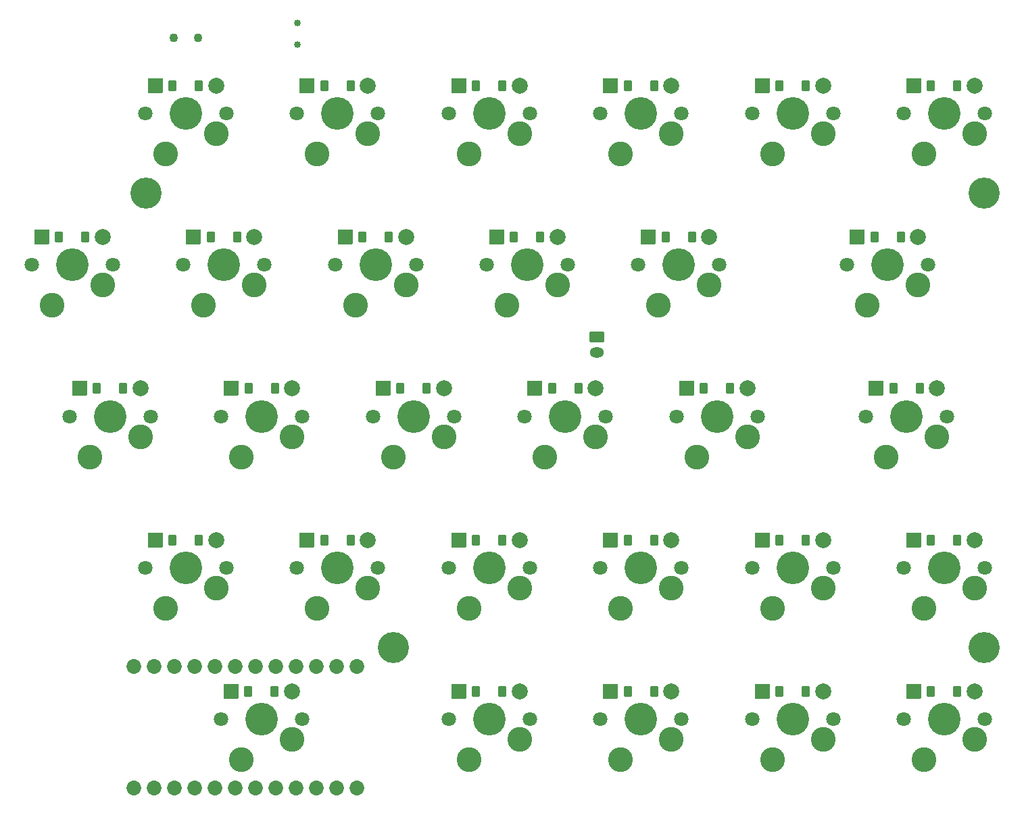
<source format=gbr>
%TF.GenerationSoftware,KiCad,Pcbnew,9.0.7*%
%TF.CreationDate,2026-01-20T23:17:06-08:00*%
%TF.ProjectId,right,72696768-742e-46b6-9963-61645f706362,v1.0.0*%
%TF.SameCoordinates,Original*%
%TF.FileFunction,Soldermask,Top*%
%TF.FilePolarity,Negative*%
%FSLAX46Y46*%
G04 Gerber Fmt 4.6, Leading zero omitted, Abs format (unit mm)*
G04 Created by KiCad (PCBNEW 9.0.7) date 2026-01-20 23:17:06*
%MOMM*%
%LPD*%
G01*
G04 APERTURE LIST*
G04 Aperture macros list*
%AMRoundRect*
0 Rectangle with rounded corners*
0 $1 Rounding radius*
0 $2 $3 $4 $5 $6 $7 $8 $9 X,Y pos of 4 corners*
0 Add a 4 corners polygon primitive as box body*
4,1,4,$2,$3,$4,$5,$6,$7,$8,$9,$2,$3,0*
0 Add four circle primitives for the rounded corners*
1,1,$1+$1,$2,$3*
1,1,$1+$1,$4,$5*
1,1,$1+$1,$6,$7*
1,1,$1+$1,$8,$9*
0 Add four rect primitives between the rounded corners*
20,1,$1+$1,$2,$3,$4,$5,0*
20,1,$1+$1,$4,$5,$6,$7,0*
20,1,$1+$1,$6,$7,$8,$9,0*
20,1,$1+$1,$8,$9,$2,$3,0*%
G04 Aperture macros list end*
%ADD10C,1.100000*%
%ADD11RoundRect,0.050000X-0.889000X-0.889000X0.889000X-0.889000X0.889000X0.889000X-0.889000X0.889000X0*%
%ADD12RoundRect,0.050000X-0.450000X-0.600000X0.450000X-0.600000X0.450000X0.600000X-0.450000X0.600000X0*%
%ADD13C,2.005000*%
%ADD14C,1.801800*%
%ADD15C,3.100000*%
%ADD16C,4.087800*%
%ADD17C,0.850000*%
%ADD18C,3.900000*%
%ADD19RoundRect,0.050000X-0.850000X0.600000X-0.850000X-0.600000X0.850000X-0.600000X0.850000X0.600000X0*%
%ADD20O,1.800000X1.300000*%
%ADD21C,1.852600*%
G04 APERTURE END LIST*
D10*
%TO.C,T1*%
X267500000Y-64500000D03*
X270500000Y-64500000D03*
%TD*%
D11*
%TO.C,D21*%
X322190000Y-70500000D03*
D12*
X324350000Y-70500000D03*
X327650000Y-70500000D03*
D13*
X329810000Y-70500000D03*
%TD*%
D11*
%TO.C,D27*%
X360190000Y-146500000D03*
D12*
X362350000Y-146500000D03*
X365650000Y-146500000D03*
D13*
X367810000Y-146500000D03*
%TD*%
D11*
%TO.C,D17*%
X322190000Y-146500000D03*
D12*
X324350000Y-146500000D03*
X327650000Y-146500000D03*
D13*
X329810000Y-146500000D03*
%TD*%
D11*
%TO.C,D16*%
X303190000Y-70500000D03*
D12*
X305350000Y-70500000D03*
X308650000Y-70500000D03*
D13*
X310810000Y-70500000D03*
%TD*%
D11*
%TO.C,D7*%
X274665000Y-146500000D03*
D12*
X276825000Y-146500000D03*
X280125000Y-146500000D03*
D13*
X282285000Y-146500000D03*
%TD*%
D11*
%TO.C,D1*%
X255715000Y-108500000D03*
D12*
X257875000Y-108500000D03*
X261175000Y-108500000D03*
D13*
X263335000Y-108500000D03*
%TD*%
D11*
%TO.C,D4*%
X274715000Y-108500000D03*
D12*
X276875000Y-108500000D03*
X280175000Y-108500000D03*
D13*
X282335000Y-108500000D03*
%TD*%
D14*
%TO.C,S20*%
X335842500Y-93000000D03*
D15*
X334572500Y-95540000D03*
D16*
X330762500Y-93000000D03*
D15*
X328222500Y-98080000D03*
D14*
X325682500Y-93000000D03*
%TD*%
%TO.C,S10*%
X297842500Y-93000000D03*
D15*
X296572500Y-95540000D03*
D16*
X292762500Y-93000000D03*
D15*
X290222500Y-98080000D03*
D14*
X287682500Y-93000000D03*
%TD*%
%TO.C,S19*%
X340605000Y-112000000D03*
D15*
X339335000Y-114540000D03*
D16*
X335525000Y-112000000D03*
D15*
X332985000Y-117080000D03*
D14*
X330445000Y-112000000D03*
%TD*%
%TO.C,S24*%
X364367500Y-112000000D03*
D15*
X363097500Y-114540000D03*
D16*
X359287500Y-112000000D03*
D15*
X356747500Y-117080000D03*
D14*
X354207500Y-112000000D03*
%TD*%
%TO.C,S17*%
X331080000Y-150000000D03*
D15*
X329810000Y-152540000D03*
D16*
X326000000Y-150000000D03*
D15*
X323460000Y-155080000D03*
D14*
X320920000Y-150000000D03*
%TD*%
D11*
%TO.C,D2*%
X250952500Y-89500000D03*
D12*
X253112500Y-89500000D03*
X256412500Y-89500000D03*
D13*
X258572500Y-89500000D03*
%TD*%
D17*
%TO.C,B1*%
X283000000Y-62625000D03*
X283000000Y-65375000D03*
%TD*%
D14*
%TO.C,S12*%
X312080000Y-150000000D03*
D15*
X310810000Y-152540000D03*
D16*
X307000000Y-150000000D03*
D15*
X304460000Y-155080000D03*
D14*
X301920000Y-150000000D03*
%TD*%
D11*
%TO.C,D18*%
X322190000Y-127500000D03*
D12*
X324350000Y-127500000D03*
X327650000Y-127500000D03*
D13*
X329810000Y-127500000D03*
%TD*%
D11*
%TO.C,D14*%
X312715000Y-108500000D03*
D12*
X314875000Y-108500000D03*
X318175000Y-108500000D03*
D13*
X320335000Y-108500000D03*
%TD*%
D18*
%TO.C,H1*%
X264000000Y-84000000D03*
%TD*%
D19*
%TO.C,JST1*%
X320525000Y-102000000D03*
D20*
X320525000Y-104000000D03*
%TD*%
D14*
%TO.C,S21*%
X331080000Y-74000000D03*
D15*
X329810000Y-76540000D03*
D16*
X326000000Y-74000000D03*
D15*
X323460000Y-79080000D03*
D14*
X320920000Y-74000000D03*
%TD*%
%TO.C,S11*%
X293080000Y-74000000D03*
D15*
X291810000Y-76540000D03*
D16*
X288000000Y-74000000D03*
D15*
X285460000Y-79080000D03*
D14*
X282920000Y-74000000D03*
%TD*%
%TO.C,S1*%
X264605000Y-112000000D03*
D15*
X263335000Y-114540000D03*
D16*
X259525000Y-112000000D03*
D15*
X256985000Y-117080000D03*
D14*
X254445000Y-112000000D03*
%TD*%
D11*
%TO.C,D25*%
X353096250Y-89500000D03*
D12*
X355256250Y-89500000D03*
X358556250Y-89500000D03*
D13*
X360716250Y-89500000D03*
%TD*%
D14*
%TO.C,S25*%
X361986250Y-93000000D03*
D15*
X360716250Y-95540000D03*
D16*
X356906250Y-93000000D03*
D15*
X354366250Y-98080000D03*
D14*
X351826250Y-93000000D03*
%TD*%
D11*
%TO.C,D12*%
X303190000Y-146500000D03*
D12*
X305350000Y-146500000D03*
X308650000Y-146500000D03*
D13*
X310810000Y-146500000D03*
%TD*%
D14*
%TO.C,S3*%
X274080000Y-131000000D03*
D15*
X272810000Y-133540000D03*
D16*
X269000000Y-131000000D03*
D15*
X266460000Y-136080000D03*
D14*
X263920000Y-131000000D03*
%TD*%
%TO.C,S6*%
X274080000Y-74000000D03*
D15*
X272810000Y-76540000D03*
D16*
X269000000Y-74000000D03*
D15*
X266460000Y-79080000D03*
D14*
X263920000Y-74000000D03*
%TD*%
D11*
%TO.C,D13*%
X303190000Y-127500000D03*
D12*
X305350000Y-127500000D03*
X308650000Y-127500000D03*
D13*
X310810000Y-127500000D03*
%TD*%
D11*
%TO.C,D8*%
X284190000Y-127500000D03*
D12*
X286350000Y-127500000D03*
X289650000Y-127500000D03*
D13*
X291810000Y-127500000D03*
%TD*%
D14*
%TO.C,S4*%
X283605000Y-112000000D03*
D15*
X282335000Y-114540000D03*
D16*
X278525000Y-112000000D03*
D15*
X275985000Y-117080000D03*
D14*
X273445000Y-112000000D03*
%TD*%
D11*
%TO.C,D5*%
X269952500Y-89500000D03*
D12*
X272112500Y-89500000D03*
X275412500Y-89500000D03*
D13*
X277572500Y-89500000D03*
%TD*%
D21*
%TO.C,MCU1*%
X262505000Y-143380000D03*
X265045000Y-143380000D03*
X267585000Y-143380000D03*
X270125000Y-143380000D03*
X272665000Y-143380000D03*
X275205000Y-143380000D03*
X277745000Y-143380000D03*
X280285000Y-143380000D03*
X282825000Y-143380000D03*
X285365000Y-143380000D03*
X287905000Y-143380000D03*
X290445000Y-143380000D03*
X290445000Y-158620000D03*
X287905000Y-158620000D03*
X285365000Y-158620000D03*
X282825000Y-158620000D03*
X280285000Y-158620000D03*
X277745000Y-158620000D03*
X275205000Y-158620000D03*
X272665000Y-158620000D03*
X270125000Y-158620000D03*
X267585000Y-158620000D03*
X265045000Y-158620000D03*
X262505000Y-158620000D03*
%TD*%
D14*
%TO.C,S26*%
X350080000Y-74000000D03*
D15*
X348810000Y-76540000D03*
D16*
X345000000Y-74000000D03*
D15*
X342460000Y-79080000D03*
D14*
X339920000Y-74000000D03*
%TD*%
%TO.C,S15*%
X316842500Y-93000000D03*
D15*
X315572500Y-95540000D03*
D16*
X311762500Y-93000000D03*
D15*
X309222500Y-98080000D03*
D14*
X306682500Y-93000000D03*
%TD*%
D11*
%TO.C,D6*%
X265190000Y-70500000D03*
D12*
X267350000Y-70500000D03*
X270650000Y-70500000D03*
D13*
X272810000Y-70500000D03*
%TD*%
D11*
%TO.C,D11*%
X284190000Y-70500000D03*
D12*
X286350000Y-70500000D03*
X289650000Y-70500000D03*
D13*
X291810000Y-70500000D03*
%TD*%
D14*
%TO.C,S27*%
X369080000Y-150000000D03*
D15*
X367810000Y-152540000D03*
D16*
X364000000Y-150000000D03*
D15*
X361460000Y-155080000D03*
D14*
X358920000Y-150000000D03*
%TD*%
D11*
%TO.C,D22*%
X341190000Y-146500000D03*
D12*
X343350000Y-146500000D03*
X346650000Y-146500000D03*
D13*
X348810000Y-146500000D03*
%TD*%
D11*
%TO.C,D19*%
X331715000Y-108500000D03*
D12*
X333875000Y-108500000D03*
X337175000Y-108500000D03*
D13*
X339335000Y-108500000D03*
%TD*%
D14*
%TO.C,S18*%
X331080000Y-131000000D03*
D15*
X329810000Y-133540000D03*
D16*
X326000000Y-131000000D03*
D15*
X323460000Y-136080000D03*
D14*
X320920000Y-131000000D03*
%TD*%
%TO.C,S5*%
X278842500Y-93000000D03*
D15*
X277572500Y-95540000D03*
D16*
X273762500Y-93000000D03*
D15*
X271222500Y-98080000D03*
D14*
X268682500Y-93000000D03*
%TD*%
%TO.C,S16*%
X312080000Y-74000000D03*
D15*
X310810000Y-76540000D03*
D16*
X307000000Y-74000000D03*
D15*
X304460000Y-79080000D03*
D14*
X301920000Y-74000000D03*
%TD*%
%TO.C,S13*%
X312080000Y-131000000D03*
D15*
X310810000Y-133540000D03*
D16*
X307000000Y-131000000D03*
D15*
X304460000Y-136080000D03*
D14*
X301920000Y-131000000D03*
%TD*%
D11*
%TO.C,D23*%
X341190000Y-127500000D03*
D12*
X343350000Y-127500000D03*
X346650000Y-127500000D03*
D13*
X348810000Y-127500000D03*
%TD*%
D11*
%TO.C,D3*%
X265190000Y-127500000D03*
D12*
X267350000Y-127500000D03*
X270650000Y-127500000D03*
D13*
X272810000Y-127500000D03*
%TD*%
D14*
%TO.C,S23*%
X350080000Y-131000000D03*
D15*
X348810000Y-133540000D03*
D16*
X345000000Y-131000000D03*
D15*
X342460000Y-136080000D03*
D14*
X339920000Y-131000000D03*
%TD*%
D11*
%TO.C,D29*%
X360190000Y-70500000D03*
D12*
X362350000Y-70500000D03*
X365650000Y-70500000D03*
D13*
X367810000Y-70500000D03*
%TD*%
D14*
%TO.C,S9*%
X302605000Y-112000000D03*
D15*
X301335000Y-114540000D03*
D16*
X297525000Y-112000000D03*
D15*
X294985000Y-117080000D03*
D14*
X292445000Y-112000000D03*
%TD*%
D11*
%TO.C,D26*%
X341190000Y-70500000D03*
D12*
X343350000Y-70500000D03*
X346650000Y-70500000D03*
D13*
X348810000Y-70500000D03*
%TD*%
D11*
%TO.C,D15*%
X307952500Y-89500000D03*
D12*
X310112500Y-89500000D03*
X313412500Y-89500000D03*
D13*
X315572500Y-89500000D03*
%TD*%
D11*
%TO.C,D10*%
X288952500Y-89500000D03*
D12*
X291112500Y-89500000D03*
X294412500Y-89500000D03*
D13*
X296572500Y-89500000D03*
%TD*%
D14*
%TO.C,S28*%
X369080000Y-131000000D03*
D15*
X367810000Y-133540000D03*
D16*
X364000000Y-131000000D03*
D15*
X361460000Y-136080000D03*
D14*
X358920000Y-131000000D03*
%TD*%
D11*
%TO.C,D20*%
X326952500Y-89500000D03*
D12*
X329112500Y-89500000D03*
X332412500Y-89500000D03*
D13*
X334572500Y-89500000D03*
%TD*%
D18*
%TO.C,H3*%
X295000000Y-141000000D03*
%TD*%
D14*
%TO.C,S8*%
X293080000Y-131000000D03*
D15*
X291810000Y-133540000D03*
D16*
X288000000Y-131000000D03*
D15*
X285460000Y-136080000D03*
D14*
X282920000Y-131000000D03*
%TD*%
D18*
%TO.C,H4*%
X369000000Y-141000000D03*
%TD*%
D14*
%TO.C,S22*%
X350080000Y-150000000D03*
D15*
X348810000Y-152540000D03*
D16*
X345000000Y-150000000D03*
D15*
X342460000Y-155080000D03*
D14*
X339920000Y-150000000D03*
%TD*%
D11*
%TO.C,D24*%
X355477500Y-108500000D03*
D12*
X357637500Y-108500000D03*
X360937500Y-108500000D03*
D13*
X363097500Y-108500000D03*
%TD*%
D14*
%TO.C,S29*%
X369080000Y-74000000D03*
D15*
X367810000Y-76540000D03*
D16*
X364000000Y-74000000D03*
D15*
X361460000Y-79080000D03*
D14*
X358920000Y-74000000D03*
%TD*%
%TO.C,S7*%
X283555000Y-150000000D03*
D15*
X282285000Y-152540000D03*
D16*
X278475000Y-150000000D03*
D15*
X275935000Y-155080000D03*
D14*
X273395000Y-150000000D03*
%TD*%
%TO.C,S2*%
X259842500Y-93000000D03*
D15*
X258572500Y-95540000D03*
D16*
X254762500Y-93000000D03*
D15*
X252222500Y-98080000D03*
D14*
X249682500Y-93000000D03*
%TD*%
D11*
%TO.C,D9*%
X293715000Y-108500000D03*
D12*
X295875000Y-108500000D03*
X299175000Y-108500000D03*
D13*
X301335000Y-108500000D03*
%TD*%
D18*
%TO.C,H2*%
X369000000Y-84000000D03*
%TD*%
D14*
%TO.C,S14*%
X321605000Y-112000000D03*
D15*
X320335000Y-114540000D03*
D16*
X316525000Y-112000000D03*
D15*
X313985000Y-117080000D03*
D14*
X311445000Y-112000000D03*
%TD*%
D11*
%TO.C,D28*%
X360190000Y-127500000D03*
D12*
X362350000Y-127500000D03*
X365650000Y-127500000D03*
D13*
X367810000Y-127500000D03*
%TD*%
M02*

</source>
